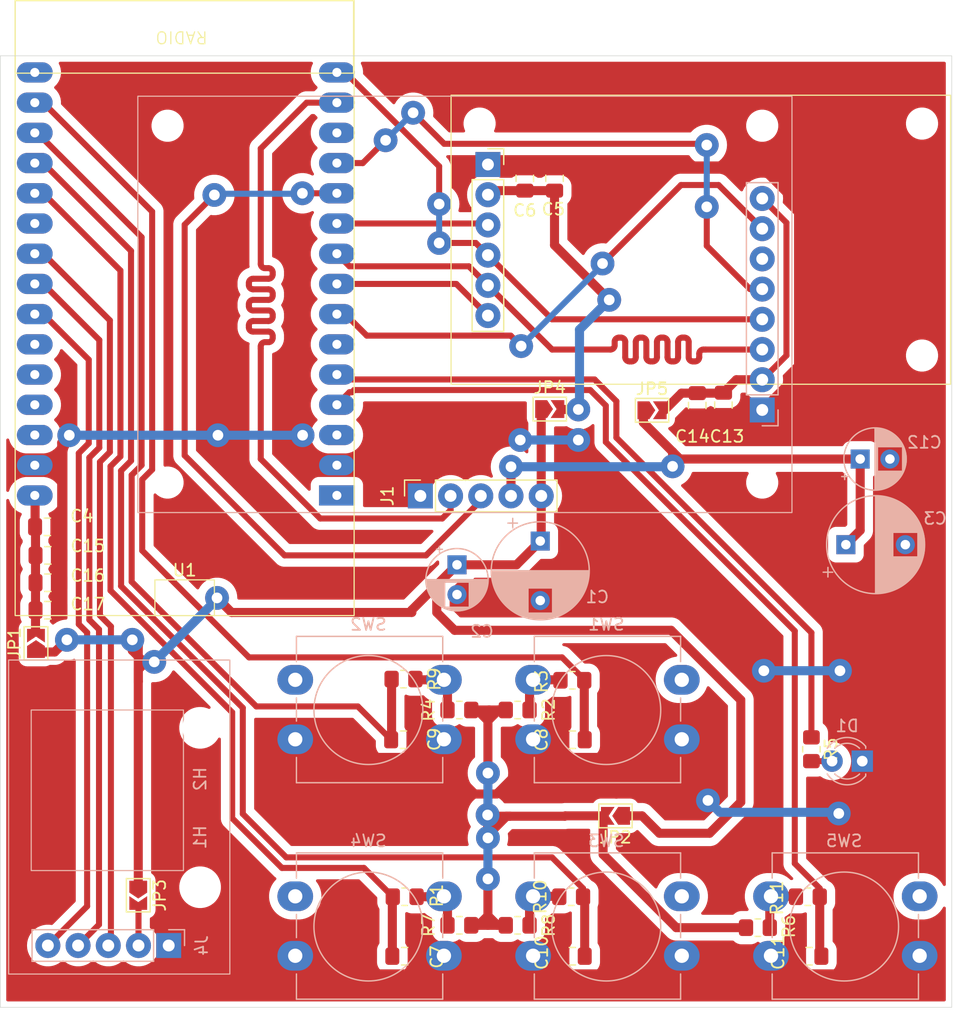
<source format=kicad_pcb>
(kicad_pcb (version 20240108) (generator "pcbnew") (generator_version "8.0")
  (layers (0 "F.Cu" signal) (31 "B.Cu" signal) (34 "B.Paste" user) (35 "F.Paste" user) (36 "B.SilkS" user "B.Silkscreen") (37 "F.SilkS" user "F.Silkscreen") (38 "B.Mask" user) (39 "F.Mask" user) (44 "Edge.Cuts" user))
  (net 0 "")
  (net 1 "+5V")
  (net 2 "GND")
  (net 3 "/LOAD_SDA")
  (net 4 "/LOAD_SCL")
  (net 5 "Net-(JP1-B)")
  (net 6 "Net-(D1-A)")
  (net 7 "Net-(JP2-B)")
  (net 8 "Net-(R1-Pad1)")
  (net 9 "Net-(R2-Pad2)")
  (net 10 "Net-(R4-Pad2)")
  (net 11 "Net-(R11-Pad1)")
  (net 12 "Net-(R10-Pad1)")
  (net 13 "Net-(J3-Pin_2)")
  (net 14 "Net-(J4-Pin_2)")
  (net 16 "+3V3")
  (net 17 "Net-(J2-Pin_2)")
  (net 18 "/DISPLAY/MOSI")
  (net 19 "/DISPLAY/CS")
  (net 20 "/DISPLAY/SCK")
  (net 30 "/ESP32/BTN_CC")
  (net 31 "/ESP32/BTN_EN")
  (net 32 "/ESP32/BTN_CV")
  (net 33 "/ESP32/ENC_BNT")
  (net 34 "/ESP32/BTN_CR")
  (net 35 "/ESP32/ENC_DATA")
  (net 36 "/ESP32/CS_SD")
  (net 37 "/ESP32/MISO")
  (net 38 "/ESP32/BTN_CP")
  (net 39 "/ESP32/LED_EN")
  (net 40 "/ESP32/ENC_CLK")
  (net 41 "/DISPLAY/RST")
  (footprint "Resistor_SMD:R_0805_2012Metric_Pad1.20x1.40mm_HandSolder" (layer "F.Cu") (at 122.1 111.3)
    (property "Reference" "R3")
    (property "Value" "1k")
  )
  (footprint "Capacitor_SMD:C_0805_2012Metric_Pad1.18x1.45mm_HandSolder" (layer "F.Cu") (at 142 134.5 180)
    (property "Reference" "C11")
    (property "Value" "10u")
  )
  (footprint "Capacitor_SMD:C_0805_2012Metric_Pad1.18x1.45mm_HandSolder" (layer "F.Cu") (at 78 103.1)
    (property "Reference" "C16")
    (property "Value" "1u")
  )
  (footprint "Connector_PinSocket_2.54mm:PinSocket_1x05_P2.54mm_Vertical" (layer "F.Cu") (at 109.32 95.8 90)
    (property "Reference" "J1")
    (property "Value" "LOAD_CON")
  )
  (footprint "Resistor_SMD:R_0805_2012Metric_Pad1.20x1.40mm_HandSolder" (layer "F.Cu") (at 117.5 113.8)
    (property "Reference" "R2")
    (property "Value" "10k")
  )
  (footprint "Capacitor_SMD:C_0805_2012Metric_Pad1.18x1.45mm_HandSolder" (layer "F.Cu") (at 118.1 69.1 90)
    (property "Reference" "C6")
    (property "Value" "1u")
  )
  (footprint "Capacitor_SMD:C_0805_2012Metric_Pad1.18x1.45mm_HandSolder" (layer "F.Cu") (at 134.8 88.1625 -90)
    (property "Reference" "C13")
    (property "Value" "1u")
  )
  (footprint "Capacitor_SMD:C_0805_2012Metric_Pad1.18x1.45mm_HandSolder" (layer "F.Cu") (at 107.9 116.3)
    (property "Reference" "C9")
    (property "Value" "10u")
  )
  (footprint "MountingHole:MountingHole_2.2mm_M2" (layer "F.Cu") (at 114.3 64.5)
    (property "Reference" "H6" (hide yes))
    (property "Value" "SD_CARD_MOUNT" (hide yes))
  )
  (footprint "Jumper:SolderJumper-2_P1.3mm_Open_TrianglePad1.0x1.5mm" (layer "F.Cu") (at 120.2 88.5)
    (property "Reference" "JP4")
    (property "Value" "EN_SD_CARD_5V")
  )
  (footprint "Resistor_SMD:R_0805_2012Metric_Pad1.20x1.40mm_HandSolder" (layer "F.Cu") (at 117.5 131.9)
    (property "Reference" "R8")
    (property "Value" "10k")
  )
  (footprint "Capacitor_SMD:C_0805_2012Metric_Pad1.18x1.45mm_HandSolder" (layer "F.Cu") (at 132.6 88.2 -90)
    (property "Reference" "C14")
    (property "Value" "1u")
  )
  (footprint "Capacitor_SMD:C_0805_2012Metric_Pad1.18x1.45mm_HandSolder" (layer "F.Cu") (at 108 134.5)
    (property "Reference" "C7")
    (property "Value" "10u")
  )
  (footprint "Capacitor_SMD:C_0805_2012Metric_Pad1.18x1.45mm_HandSolder" (layer "F.Cu") (at 78 100.8)
    (property "Reference" "C15")
    (property "Value" "1u")
  )
  (footprint "Capacitor_SMD:C_0805_2012Metric_Pad1.18x1.45mm_HandSolder" (layer "F.Cu") (at 77.9625 98.4)
    (property "Reference" "C4")
    (property "Value" "1u")
  )
  (footprint "Resistor_SMD:R_0805_2012Metric_Pad1.20x1.40mm_HandSolder" (layer "F.Cu") (at 137.7 132.1)
    (property "Reference" "R6")
    (property "Value" "10k")
  )
  (footprint "MountingHole:MountingHole_2.2mm_M2" (layer "F.Cu") (at 114.3 84)
    (property "Reference" "H4" (hide yes))
    (property "Value" "SD_CARD_MOUNT" (hide yes))
  )
  (footprint "Resistor_SMD:R_0805_2012Metric_Pad1.20x1.40mm_HandSolder" (layer "F.Cu") (at 142.2 117.1 -90)
    (property "Reference" "R5")
    (property "Value" "10k")
  )
  (footprint "Jumper:SolderJumper-2_P1.3mm_Open_TrianglePad1.0x1.5mm" (layer "F.Cu") (at 125.725 122.7 180)
    (property "Reference" "JP2")
    (property "Value" "EN_BTNS_5V")
  )
  (footprint "esp32-v1:ESP32--DEVKIT-V1" (layer "F.Cu") (at 89.5 105.86 180)
    (property "Reference" "U1")
    (property "Value" "ESP32-DEVKIT-V1" (hide yes))
  )
  (footprint "Capacitor_SMD:C_0805_2012Metric_Pad1.18x1.45mm_HandSolder" (layer "F.Cu") (at 122.1 116.3 180)
    (property "Reference" "C8")
    (property "Value" "10u")
  )
  (footprint "Capacitor_SMD:C_0805_2012Metric_Pad1.18x1.45mm_HandSolder" (layer "F.Cu") (at 120.6 69.1 90)
    (property "Reference" "C5")
    (property "Value" "1u")
  )
  (footprint "MountingHole:MountingHole_2.2mm_M2" (layer "F.Cu") (at 151.5 64.5)
    (property "Reference" "H5" (hide yes))
    (property "Value" "SD_CARD_MOUNT" (hide yes))
  )
  (footprint "Resistor_SMD:R_0805_2012Metric_Pad1.20x1.40mm_HandSolder" (layer "F.Cu") (at 112.6 131.9 180)
    (property "Reference" "R7")
    (property "Value" "10k")
  )
  (footprint "Resistor_SMD:R_0805_2012Metric_Pad1.20x1.40mm_HandSolder" (layer "F.Cu") (at 107.9 111.2 180)
    (property "Reference" "R9")
    (property "Value" "1k")
  )
  (footprint "Jumper:SolderJumper-2_P1.3mm_Open_TrianglePad1.0x1.5mm" (layer "F.Cu") (at 85.6 129.375 -90)
    (property "Reference" "JP3")
    (property "Value" "EN_ENC_5V")
  )
  (footprint "Resistor_SMD:R_0805_2012Metric_Pad1.20x1.40mm_HandSolder" (layer "F.Cu") (at 122 129.5)
    (property "Reference" "R10")
    (property "Value" "1k")
  )
  (footprint "Capacitor_SMD:C_0805_2012Metric_Pad1.18x1.45mm_HandSolder" (layer "F.Cu") (at 122.1 134.5 180)
    (property "Reference" "C10")
    (property "Value" "10u")
  )
  (footprint "Resistor_SMD:R_0805_2012Metric_Pad1.20x1.40mm_HandSolder" (layer "F.Cu") (at 141.9 129.5)
    (property "Reference" "R11")
    (property "Value" "1k")
  )
  (footprint "Capacitor_SMD:C_0805_2012Metric_Pad1.18x1.45mm_HandSolder" (layer "F.Cu") (at 78 105.41)
    (property "Reference" "C17")
    (property "Value" "1u")
  )
  (footprint "Resistor_SMD:R_0805_2012Metric_Pad1.20x1.40mm_HandSolder" (layer "F.Cu") (at 108 129.5 180)
    (property "Reference" "R1")
    (property "Value" "1k")
  )
  (footprint "Connector_PinSocket_2.54mm:PinSocket_1x06_P2.54mm_Vertical" (layer "F.Cu") (at 115 67.94)
    (property "Reference" "J3" (hide yes))
    (property "Value" "SD_CARD")
  )
  (footprint "Resistor_SMD:R_0805_2012Metric_Pad1.20x1.40mm_HandSolder" (layer "F.Cu") (at 112.6 113.8 180)
    (property "Reference" "R4")
    (property "Value" "10k")
  )
  (footprint "MountingHole:MountingHole_2.2mm_M2" (layer "F.Cu") (at 151.5 84)
    (property "Reference" "H3" (hide yes))
    (property "Value" "SD_CARD_MOUNT" (hide yes))
  )
  (footprint "Jumper:SolderJumper-2_P1.3mm_Open_TrianglePad1.0x1.5mm" (layer "F.Cu") (at 77 108.2 90)
    (property "Reference" "JP1")
    (property "Value" "ENABLE_5V_ESP")
  )
  (footprint "Jumper:SolderJumper-2_P1.3mm_Open_TrianglePad1.0x1.5mm" (layer "F.Cu") (at 128.8 88.6)
    (property "Reference" "JP5")
    (property "Value" "EN_DISPLAY_3V3")
  )
  (footprint "Button_Switch_THT:SW_PUSH-12mm_Wuerth-430476085716" (layer "B.Cu") (at 111.3 129.4625 180)
    (property "Reference" "SW4")
    (property "Value" "CP")
  )
  (footprint "LED_THT:LED_D3.0mm" (layer "B.Cu") (at 146.475 118.1 180)
    (property "Reference" "D1")
    (property "Value" "LED_EN")
  )
  (footprint "MountingHole:MountingHole_2.2mm_M2" (layer "B.Cu") (at 138.06369 94.68 180)
    (property "Reference" "H10" (hide yes))
    (property "Value" "DISPLAY_MOUNT" (hide yes))
  )
  (footprint "Button_Switch_THT:SW_PUSH-12mm_Wuerth-430476085716" (layer "B.Cu") (at 111.3 111.2625 180)
    (property "Reference" "SW2")
    (property "Value" "CV")
  )
  (footprint "Connector_PinSocket_2.54mm:PinSocket_1x05_P2.54mm_Vertical" (layer "B.Cu") (at 88.16 133.6 90)
    (property "Reference" "J4")
    (property "Value" "ENCODER")
  )
  (footprint "MountingHole:MountingHole_3mm" (layer "B.Cu") (at 90.8 115.3)
    (property "Reference" "H2")
    (property "Value" "ENCODER_MOUNT")
  )
  (footprint "Button_Switch_THT:SW_PUSH-12mm_Wuerth-430476085716" (layer "B.Cu") (at 131.3 129.4625 180)
    (property "Reference" "SW3")
    (property "Value" "CR")
  )
  (footprint "MountingHole:MountingHole_3mm" (layer "B.Cu") (at 90.8 128.7)
    (property "Reference" "H1")
    (property "Value" "ENCODER_MOUNT")
  )
  (footprint "Connector_PinSocket_2.54mm:PinSocket_1x08_P2.54mm_Vertical" (layer "B.Cu") (at 138.06369 88.575)
    (property "Reference" "J2" (hide yes))
    (property "Value" "Conn_01x08")
  )
  (footprint "Capacitor_THT:CP_Radial_D8.0mm_P5.00mm" (layer "B.Cu") (at 119.4 99.597349 -90)
    (property "Reference" "C1")
    (property "Value" "470u")
  )
  (footprint "Button_Switch_THT:SW_PUSH-12mm_Wuerth-430476085716" (layer "B.Cu") (at 151.3 129.4625 180)
    (property "Reference" "SW5")
    (property "Value" "EN")
  )
  (footprint "MountingHole:MountingHole_2.2mm_M2" (layer "B.Cu") (at 88.06369 94.68 180)
    (property "Reference" "H8" (hide yes))
    (property "Value" "DISPLAY_MOUNT" (hide yes))
  )
  (footprint "Capacitor_THT:CP_Radial_D5.0mm_P2.50mm" (layer "B.Cu") (at 112.4 101.594888 -90)
    (property "Reference" "C2")
    (property "Value" "10u")
  )
  (footprint "Capacitor_THT:CP_Radial_D8.0mm_P5.00mm" (layer "B.Cu") (at 145.097349 99.9)
    (property "Reference" "C3")
    (property "Value" "470u")
  )
  (footprint "MountingHole:MountingHole_2.2mm_M2" (layer "B.Cu") (at 88.06369 64.68 180)
    (property "Reference" "H7" (hide yes))
    (property "Value" "DISPLAY_MOUNT" (hide yes))
  )
  (footprint "MountingHole:MountingHole_2.2mm_M2" (layer "B.Cu") (at 138.06369 64.68 180)
    (property "Reference" "H9" (hide yes))
    (property "Value" "DISPLAY_MOUNT" (hide yes))
  )
  (footprint "Button_Switch_THT:SW_PUSH-12mm_Wuerth-430476085716" (layer "B.Cu") (at 131.3 111.2625 180)
    (property "Reference" "SW1")
    (property "Value" "CC")
  )
  (footprint "Capacitor_THT:CP_Radial_D5.0mm_P2.50mm" (layer "B.Cu") (at 146.3 92.7)
    (property "Reference" "C12")
    (property "Value" "10u")
  )
  (gr_rect (start 76.6 113.8) (end 89.4 127.3) (stroke (width 0.1)) (fill none) (layer "B.SilkS"))
  (gr_rect (start 74.7 109.6) (end 93.3 136) (stroke (width 0.1)) (fill none) (layer "B.SilkS"))
  (gr_rect (start 85.56369 62.2) (end 140.56369 97.2) (stroke (width 0.1)) (fill none) (layer "B.SilkS"))
  (gr_rect (start 111.9 62.115) (end 153.9 86.415) (stroke (width 0.1)) (fill none) (layer "F.SilkS"))
  (gr_rect (start 74 58.8) (end 154 138.8) (stroke (width 0.05)) (fill none) (layer "Edge.Cuts"))
  (segment (start 86.24388 109.75612) (end 85.6 110.4) (width 0.762) (layer "F.Cu") (net 1))
  (segment (start 93.44624 105.6) (end 92.22312 104.37688) (width 0.762) (layer "F.Cu") (net 1))
  (segment (start 136.262 112.962) (end 136.262 121.538) (width 0.762) (layer "F.Cu") (net 1))
  (segment (start 108.6 105.6) (end 93.44624 105.6) (width 0.762) (layer "F.Cu") (net 1))
  (segment (start 133.638 124.162) (end 129.419898 124.162) (width 0.762) (layer "F.Cu") (net 1))
  (segment (start 119.48 95.8) (end 119.48 88.505) (width 0.762) (layer "F.Cu") (net 1))
  (segment (start 110.7 103.294888) (end 110.7 105.6) (width 0.762) (layer "F.Cu") (net 1))
  (segment (start 129.419898 124.162) (end 127.957898 122.7) (width 0.762) (layer "F.Cu") (net 1))
  (segment (start 85.6 110.4) (end 85.6 111.4) (width 0.762) (layer "F.Cu") (net 1))
  (segment (start 112.4 101.594888) (end 117.402461 101.594888) (width 0.762) (layer "F.Cu") (net 1))
  (segment (start 86.94388 109.75612) (end 86.24388 109.75612) (width 0.762) (layer "F.Cu") (net 1))
  (segment (start 85.6 108.4) (end 85.1 107.9) (width 0.762) (layer "F.Cu") (net 1))
  (segment (start 110.7 105.6) (end 112.2 107.1) (width 0.762) (layer "F.Cu") (net 1))
  (segment (start 136.262 121.538) (end 133.638 124.162) (width 0.762) (layer "F.Cu") (net 1))
  (segment (start 112.4 101.594888) (end 110.7 103.294888) (width 0.762) (layer "F.Cu") (net 1))
  (segment (start 112.4 101.594888) (end 108.6 105.394888) (width 0.762) (layer "F.Cu") (net 1))
  (segment (start 108.6 105.394888) (end 108.6 105.6) (width 0.762) (layer "F.Cu") (net 1))
  (segment (start 85.1 108.8) (end 85.1 107.9) (width 0.762) (layer "F.Cu") (net 1))
  (segment (start 79.6 107.9) (end 78.575 108.925) (width 0.762) (layer "F.Cu") (net 1))
  (segment (start 78.575 108.925) (end 77 108.925) (width 0.762) (layer "F.Cu") (net 1))
  (segment (start 112.2 107.1) (end 130.4 107.1) (width 0.762) (layer "F.Cu") (net 1))
  (segment (start 117.402461 101.594888) (end 119.4 99.597349) (width 0.762) (layer "F.Cu") (net 1))
  (segment (start 85.6 111.4) (end 85.6 108.4) (width 0.762) (layer "F.Cu") (net 1))
  (segment (start 127.957898 122.7) (end 126.45 122.7) (width 0.762) (layer "F.Cu") (net 1))
  (segment (start 86.94388 109.75612) (end 86.05612 109.75612) (width 0.762) (layer "F.Cu") (net 1))
  (segment (start 86.05612 109.75612) (end 85.1 108.8) (width 0.762) (layer "F.Cu") (net 1))
  (segment (start 130.4 107.1) (end 136.262 112.962) (width 0.762) (layer "F.Cu") (net 1))
  (segment (start 85.6 128.65) (end 85.6 111.4) (width 0.762) (layer "F.Cu") (net 1))
  (segment (start 119.48 88.505) (end 119.475 88.5) (width 0.762) (layer "F.Cu") (net 1))
  (segment (start 119.48 95.8) (end 119.48 99.517349) (width 0.762) (layer "F.Cu") (net 1))
  (segment (start 119.48 99.517349) (end 119.4 99.597349) (width 0.762) (layer "F.Cu") (net 1))
  (via (at 79.6 107.9) (size 2) (drill 0.9) (layers "F.Cu" "B.Cu") (net 1))
  (via (at 86.94388 109.75612) (size 2) (drill 0.9) (layers "F.Cu" "B.Cu") (net 1))
  (via (at 85.1 107.9) (size 2) (drill 0.9) (layers "F.Cu" "B.Cu") (net 1))
  (via (at 92.22312 104.37688) (size 2) (drill 0.9) (layers "F.Cu" "B.Cu") (net 1))
  (segment (start 92.22312 104.37688) (end 92.22312 104.47688) (width 0.762) (layer "B.Cu") (net 1))
  (segment (start 92.22312 104.47688) (end 86.94388 109.75612) (width 0.762) (layer "B.Cu") (net 1))
  (segment (start 79.6 107.9) (end 85.1 107.9) (width 0.762) (layer "B.Cu") (net 1))
  (segment (start 109.0375 134.5) (end 111.2625 134.5) (width 0.762) (layer "F.Cu") (net 2))
  (segment (start 79 100.7625) (end 79.0375 100.8) (width 0.762) (layer "F.Cu") (net 2))
  (segment (start 150.097349 93.997349) (end 148.8 92.7) (width 0.762) (layer "F.Cu") (net 2))
  (segment (start 120.6 68.0625) (end 137.893745 68.0625) (width 0.762) (layer "F.Cu") (net 2))
  (segment (start 118.8 134.4625) (end 121.025 134.4625) (width 0.762) (layer "F.Cu") (net 2))
  (segment (start 144.6 110.5) (end 150.097349 105.002651) (width 0.762) (layer "F.Cu") (net 2))
  (segment (start 100.3245 135.987) (end 109.7755 135.987) (width 0.762) (layer "F.Cu") (net 2))
  (segment (start 144.5 122.5) (end 145.675 122.5) (width 0.762) (layer "F.Cu") (net 2))
  (segment (start 115.738 120.862) (end 118.8 117.8) (width 0.762) (layer "F.Cu") (net 2))
  (segment (start 79 98.4) (end 79.162 98.238) (width 0.762) (layer "F.Cu") (net 2))
  (segment (start 113.3 91.1) (end 117.718 91.1) (width 0.762) (layer "F.Cu") (net 2))
  (segment (start 109.7755 135.987) (end 111.3 134.4625) (width 0.762) (layer "F.Cu") (net 2))
  (segment (start 102.3 93.22) (end 101.338 93.22) (width 0.762) (layer "F.Cu") (net 2))
  (segment (start 137.43869 89.2) (end 138.06369 88.575) (width 0.762) (layer "F.Cu") (net 2))
  (segment (start 101.338 93.22) (end 99.4 91.282) (width 0.762) (layer "F.Cu") (net 2))
  (segment (start 118.8 116.2625) (end 120.3245 117.787) (width 0.762) (layer "F.Cu") (net 2))
  (segment (start 99.4 91.282) (end 99.4 90.719849) (width 0.762) (layer "F.Cu") (net 2))
  (segment (start 76.98 93.3) (end 76.9 93.22) (width 0.762) (layer "F.Cu") (net 2))
  (segment (start 79.0375 100.8) (end 79.0375 103.1) (width 0.762) (layer "F.Cu") (net 2))
  (segment (start 141.116 85.545245) (end 138.086245 88.575) (width 0.762) (layer "F.Cu") (net 2))
  (segment (start 98.8 134.4625) (end 98.1625 134.4625) (width 0.762) (layer "F.Cu") (net 2))
  (segment (start 134.8 89.2) (end 137.43869 89.2) (width 0.762) (layer "F.Cu") (net 2))
  (segment (start 150.097349 99.9) (end 150.097349 93.997349) (width 0.762) (layer "F.Cu") (net 2))
  (segment (start 100.3245 117.787) (end 109.7755 117.787) (width 0.762) (layer "F.Cu") (net 2))
  (segment (start 129.7755 135.987) (end 131.3 134.4625) (width 0.762) (layer "F.Cu") (net 2))
  (segment (start 118.1 68.0625) (end 120.6 68.0625) (width 0.762) (layer "F.Cu") (net 2))
  (segment (start 145.299 88.575) (end 148.8 92.076) (width 0.762) (layer "F.Cu") (net 2))
  (segment (start 109.32 95.8) (end 109.32 95.08) (width 0.762) (layer "F.Cu") (net 2))
  (segment (start 146.475 123.3) (end 146.475 121.7) (width 0.762) (layer "F.Cu") (net 2))
  (segment (start 146.475 121.7) (end 146.475 118.1) (width 0.762) (layer "F.Cu") (net 2))
  (segment (start 129.7755 117.787) (end 131.3 116.2625) (width 0.762) (layer "F.Cu") (net 2))
  (segment (start 145.675 122.5) (end 146.475 121.7) (width 0.762) (layer "F.Cu") (net 2))
  (segment (start 138.06369 88.575) (end 145.299 88.575) (width 0.762) (layer "F.Cu") (net 2))
  (segment (start 150.097349 99.9) (end 150.097349 114.477651) (width 0.762) (layer "F.Cu") (net 2))
  (segment (start 98.8 134.4625) (end 100.3245 135.987) (width 0.762) (layer "F.Cu") (net 2))
  (segment (start 150.097349 105.002651) (end 150.097349 99.9) (width 0.762) (layer "F.Cu") (net 2))
  (segment (start 79.162 92.6) (end 79.162 93.762) (width 0.762) (layer "F.Cu") (net 2))
  (segment (start 145.675 122.5) (end 146.475 123.3) (width 0.762) (layer "F.Cu") (net 2))
  (segment (start 111.2625 134.5) (end 111.3 134.4625) (width 0.762) (layer "F.Cu") (net 2))
  (segment (start 109.32 95.8) (end 106.74 93.22) (width 0.762) (layer "F.Cu") (net 2))
  (segment (start 118.897539 104.094888) (end 119.4 104.597349) (width 0.762) (layer "F.Cu") (net 2))
  (segment (start 98.1625 134.4625) (end 97.3 133.6) (width 0.762) (layer "F.Cu") (net 2))
  (segment (start 121.025 134.4625) (end 121.0625 134.5) (width 0.762) (layer "F.Cu") (net 2))
  (segment (start 111.3 118.2745) (end 113.8875 120.862) (width 0.762) (layer "F.Cu") (net 2))
  (segment (start 138.8 134.4625) (end 140.3245 135.987) (width 0.762) (layer "F.Cu") (net 2))
  (segment (start 132.6 89.2375) (end 134.7625 89.2375) (width 0.762) (layer "F.Cu") (net 2))
  (segment (start 122.6 101.397349) (end 119.4 104.597349) (width 0.762) (layer "F.Cu") (net 2))
  (segment (start 112.4 104.094888) (end 118.897539 104.094888) (width 0.762) (layer "F.Cu") (net 2))
  (segment (start 111.3 116.2625) (end 111.3 118.2745) (width 0.762) (layer "F.Cu") (net 2))
  (segment (start 79.8 90.7) (end 79.162 91.338) (width 0.762) (layer "F.Cu") (net 2))
  (segment (start 79.162 98.238) (end 79.162 93.762) (width 0.762) (layer "F.Cu") (net 2))
  (segment (start 111.3 134.4625) (end 118.8 134.4625) (width 0.762) (layer "F.Cu") (net 2))
  (segment (start 109.32 95.08) (end 113.3 91.1) (width 0.762) (layer "F.Cu") (net 2))
  (segment (start 99.4 90.719849) (end 99.419096 90.700753) (width 0.762) (layer "F.Cu") (net 2))
  (segment (start 113.8875 120.862) (end 115.738 120.862) (width 0.762) (layer "F.Cu") (net 2))
  (segment (start 151.3 134.4625) (end 146.475 129.6375) (width 0.762) (layer "F.Cu") (net 2))
  (segment (start 149.7755 135.987) (end 151.3 134.4625) (width 0.762) (layer "F.Cu") (net 2))
  (segment (start 120.3245 135.987) (end 129.7755 135.987) (width 0.762) (layer "F.Cu") (net 2))
  (segment (start 98.8 116.2625) (end 100.3245 117.787) (width 0.762) (layer "F.Cu") (net 2))
  (segment (start 140.3245 135.987) (end 149.7755 135.987) (width 0.762) (layer "F.Cu") (net 2))
  (segment (start 121.025 116.2625) (end 121.0625 116.3) (width 0.762) (layer "F.Cu") (net 2))
  (segment (start 122.6 101.397349) (end 129.097349 101.397349) (width 0.762) (layer "F.Cu") (net 2))
  (segment (start 118.8 117.8) (end 118.8 116.2625) (width 0.762) (layer "F.Cu") (net 2))
  (segment (start 138.086245 88.575) (end 138.06369 88.575) (width 0.762) (layer "F.Cu") (net 2))
  (segment (start 141.116 71.284755) (end 141.116 85.545245) (width 0.762) (layer "F.Cu") (net 2))
  (segment (start 133.5 121.4) (end 131.3 119.2) (width 0.762) (layer "F.Cu") (net 2))
  (segment (start 129.097349 101.397349) (end 138.2 110.5) (width 0.762) (layer "F.Cu") (net 2))
  (segment (start 148.8 92.076) (end 148.8 92.7) (width 0.762) (layer "F.Cu") (net 2))
  (segment (start 106.74 93.22) (end 102.3 93.22) (width 0.762) (layer "F.Cu") (net 2))
  (segment (start 109.7755 117.787) (end 111.3 116.2625) (width 0.762) (layer "F.Cu") (net 2))
  (segment (start 97.3 133.6) (end 88.16 133.6) (width 0.762) (layer "F.Cu") (net 2))
  (segment (start 79.162 91.338) (end 79.162 92.6) (width 0.762) (layer "F.Cu") (net 2))
  (segment (start 108.975 116.2625) (end 108.9375 116.3) (width 0.762) (layer "F.Cu") (net 2))
  (segment (start 78.542 93.22) (end 79.162 92.6) (width 0.762) (layer "F.Cu") (net 2))
  (segment (start 134.7625 89.2375) (end 134.8 89.2) (width 0.762) (layer "F.Cu") (net 2))
  (segment (start 120.3245 117.787) (end 129.7755 117.787) (width 0.762) (layer "F.Cu") (net 2))
  (segment (start 79.0375 103.1) (end 79.0375 105.41) (width 0.762) (layer "F.Cu") (net 2))
  (segment (start 137.893745 68.0625) (end 141.116 71.284755) (width 0.762) (layer "F.Cu") (net 2))
  (segment (start 150.097349 114.477651) (end 146.475 118.1) (width 0.762) (layer "F.Cu") (net 2))
  (segment (start 118.8 134.4625) (end 120.3245 135.987) (width 0.762) (layer "F.Cu") (net 2))
  (segment (start 111.3 116.2625) (end 108.975 116.2625) (width 0.762) (layer "F.Cu") (net 2))
  (segment (start 122.6 91.1) (end 122.6 101.397349) (width 0.762) (layer "F.Cu") (net 2))
  (segment (start 115 67.94) (end 117.9775 67.94) (width 0.762) (layer "F.Cu") (net 2))
  (segment (start 78.62 93.22) (end 76.9 93.22) (width 0.762) (layer "F.Cu") (net 2))
  (segment (start 131.3 119.2) (end 131.3 116.2625) (width 0.762) (layer "F.Cu") (net 2))
  (segment (start 131.3 134.4625) (end 138.8 134.4625) (width 0.762) (layer "F.Cu") (net 2))
  (segment (start 79.162 93.762) (end 78.62 93.22) (width 0.762) (layer "F.Cu") (net 2))
  (segment (start 118.8 116.2625) (end 121.025 116.2625) (width 0.762) (layer "F.Cu") (net 2))
  (segment (start 76.9 93.22) (end 78.542 93.22) (width 0.762) (layer "F.Cu") (net 2))
  (segment (start 117.9775 67.94) (end 118.1 68.0625) (width 0.762) (layer "F.Cu") (net 2))
  (segment (start 146.475 129.6375) (end 146.475 123.3) (width 0.762) (layer "F.Cu") (net 2))
  (segment (start 79 98.4) (end 79 100.7625) (width 0.762) (layer "F.Cu") (net 2))
  (via (at 122.6 91.1) (size 2) (drill 0.9) (layers "F.Cu" "B.Cu") (net 2))
  (via (at 79.8 90.7) (size 2) (drill 0.9) (layers "F.Cu" "B.Cu") (net 2))
  (via (at 92.3 90.7) (size 2) (drill 0.9) (layers "F.Cu" "B.Cu") (net 2))
  (via (at 99.419096 90.700753) (size 2) (drill 0.9) (layers "F.Cu" "B.Cu") (net 2))
  (via (at 144.5 122.5) (size 2) (drill 0.9) (layers "F.Cu" "B.Cu") (net 2))
  (via (at 133.5 121.4) (size 2) (drill 0.9) (layers "F.Cu" "B.Cu") (net 2))
  (via (at 144.6 110.5) (size 2) (drill 0.9) (layers "F.Cu" "B.Cu") (net 2))
  (via (at 117.718 91.1) (size 2) (drill 0.9) (layers "F.Cu" "B.Cu") (net 2))
  (via (at 138.2 110.5) (size 2) (drill 0.9) (layers "F.Cu" "B.Cu") (net 2))
  (segment (start 117.718 91.1) (end 122.6 91.1) (width 0.762) (layer "B.Cu") (net 2))
  (segment (start 92.300753 90.700753) (end 92.3 90.7) (width 0.762) (layer "B.Cu") (net 2))
  (segment (start 138.2 110.5) (end 144.6 110.5) (width 0.762) (layer "B.Cu") (net 2))
  (segment (start 92.3 90.7) (end 79.8 90.7) (width 0.762) (layer "B.Cu") (net 2))
  (segment (start 133.5 121.4) (end 134.5 122.4) (width 0.762) (layer "B.Cu") (net 2))
  (segment (start 134.5 122.4) (end 144.4 122.4) (width 0.762) (layer "B.Cu") (net 2))
  (segment (start 99.419096 90.700753) (end 92.300753 90.700753) (width 0.762) (layer "B.Cu") (net 2))
  (segment (start 144.4 122.4) (end 144.5 122.5) (width 0.762) (layer "B.Cu") (net 2))
  (segment (start 94.9 81.455488) (end 94.9 81.633288) (width 0.508) (layer "F.Cu") (net 3))
  (segment (start 95.2556 77.543888) (end 96.5444 77.543888) (width 0.508) (layer "F.Cu") (net 3))
  (segment (start 100.9 97.7) (end 111.162081 97.7) (width 0.508) (layer "F.Cu") (net 3))
  (segment (start 95.9 83.411288) (end 95.9 92.7) (width 0.508) (layer "F.Cu") (net 3))
  (segment (start 95.9 66.6) (end 95.9 76.299288) (width 0.508) (layer "F.Cu") (net 3))
  (segment (start 94.9 79.677488) (end 94.9 79.855288) (width 0.508) (layer "F.Cu") (net 3))
  (segment (start 102.3 62.74) (end 99.76 62.74) (width 0.508) (layer "F.Cu") (net 3))
  (segment (start 95.9 83.233488) (end 95.9 83.411288) (width 0.508) (layer "F.Cu") (net 3))
  (segment (start 96.9 82.344488) (end 96.9 82.522288) (width 0.508) (layer "F.Cu") (net 3))
  (segment (start 95.2556 79.321888) (end 96.5444 79.321888) (width 0.508) (layer "F.Cu") (net 3))
  (segment (start 111.162081 97.7) (end 111.86 97.002081) (width 0.508) (layer "F.Cu") (net 3))
  (segment (start 95.2556 81.099888) (end 96.5444 81.099888) (width 0.508) (layer "F.Cu") (net 3))
  (segment (start 96.2556 76.654888) (end 96.5444 76.654888) (width 0.508) (layer "F.Cu") (net 3))
  (segment (start 111.86 97.002081) (end 111.86 95.8) (width 0.508) (layer "F.Cu") (net 3))
  (segment (start 94.9 77.899488) (end 94.9 78.077288) (width 0.508) (layer "F.Cu") (net 3))
  (segment (start 96.9 77.010488) (end 96.9 77.188288) (width 0.508) (layer "F.Cu") (net 3))
  (segment (start 95.9 92.7) (end 100.9 97.7) (width 0.508) (layer "F.Cu") (net 3))
  (segment (start 95.2556 78.432888) (end 96.5444 78.432888) (width 0.508) (layer "F.Cu") (net 3))
  (segment (start 96.9 78.788488) (end 96.9 78.966288) (width 0.508) (layer "F.Cu") (net 3))
  (segment (start 95.2556 81.988888) (end 96.5444 81.988888) (width 0.508) (layer "F.Cu") (net 3))
  (segment (start 99.76 62.74) (end 95.9 66.6) (width 0.508) (layer "F.Cu") (net 3))
  (segment (start 96.9 80.566488) (end 96.9 80.744288) (width 0.508) (layer "F.Cu") (net 3))
  (segment (start 96.5444 82.877888) (end 96.2556 82.877888) (width 0.508) (layer "F.Cu") (net 3))
  (segment (start 95.2556 80.210888) (end 96.5444 80.210888) (width 0.508) (layer "F.Cu") (net 3))
  (arc (start 96.5444 81.988888) (mid 96.795847 82.093041) (end 96.9 82.344488) (width 0.508) (layer "F.Cu") (net 3))
  (arc (start 95.9 76.299288) (mid 96.004153 76.550735) (end 96.2556 76.654888) (width 0.508) (layer "F.Cu") (net 3))
  (arc (start 96.9 78.966288) (mid 96.795847 79.217735) (end 96.5444 79.321888) (width 0.508) (layer "F.Cu") (net 3))
  (arc (start 96.9 77.188288) (mid 96.795847 77.439735) (end 96.5444 77.543888) (width 0.508) (layer "F.Cu") (net 3))
  (arc (start 96.9 80.744288) (mid 96.795847 80.995735) (end 96.5444 81.099888) (width 0.508) (layer "F.Cu") (net 3))
  (arc (start 95.2556 81.099888) (mid 95.004153 81.204041) (end 94.9 81.455488) (width 0.508) (layer "F.Cu") (net 3))
  (arc (start 94.9 79.855288) (mid 95.004153 80.106735) (end 95.2556 80.210888) (width 0.508) (layer "F.Cu") (net 3))
  (arc (start 94.9 81.633288) (mid 95.004153 81.884735) (end 95.2556 81.988888) (width 0.508) (layer "F.Cu") (net 3))
  (arc (start 96.2556 82.877888) (mid 96.004153 82.982041) (end 95.9 83.233488) (width 0.508) (layer "F.Cu") (net 3))
  (arc (start 95.2556 77.543888) (mid 95.004153 77.648041) (end 94.9 77.899488) (width 0.508) (layer "F.Cu") (net 3))
  (arc (start 96.5444 80.210888) (mid 96.795847 80.315041) (end 96.9 80.566488) (width 0.508) (layer "F.Cu") (net 3))
  (arc (start 96.5444 76.654888) (mid 96.795847 76.759041) (end 96.9 77.010488) (width 0.508) (layer "F.Cu") (net 3))
  (arc (start 95.2556 79.321888) (mid 95.004153 79.426041) (end 94.9 79.677488) (width 0.508) (layer "F.Cu") (net 3))
  (arc (start 96.9 82.522288) (mid 96.795847 82.773735) (end 96.5444 82.877888) (width 0.508) (layer "F.Cu") (net 3))
  (arc (start 94.9 78.077288) (mid 95.004153 78.328735) (end 95.2556 78.432888) (width 0.508) (layer "F.Cu") (net 3))
  (arc (start 96.5444 78.432888) (mid 96.795847 78.537041) (end 96.9 78.788488) (width 0.508) (layer "F.Cu") (net 3))
  (segment (start 97.9 100.8) (end 89.5 92.4) (width 0.508) (layer "F.Cu") (net 4))
  (segment (start 109.8 100.8) (end 97.9 100.8) (width 0.508) (layer "F.Cu") (net 4))
  (segment (start 114.4 96.2) (end 109.8 100.8) (width 0.508) (layer "F.Cu") (net 4))
  (segment (start 89.5 73) (end 92 70.5) (width 0.508) (layer "F.Cu") (net 4))
  (segment (start 99.4 70.36) (end 102.3 70.36) (width 0.508) (layer "F.Cu") (net 4))
  (segment (start 114.4 95.8) (end 114.4 96.2) (width 0.508) (layer "F.Cu") (net 4))
  (segment (start 89.5 92.4) (end 89.5 73) (width 0.508) (layer "F.Cu") (net 4))
  (via (at 92 70.5) (size 2) (drill 0.9) (layers "F.Cu" "B.Cu") (net 4))
  (via (at 99.4 70.36) (size 2) (drill 0.9) (layers "F.Cu" "B.Cu") (net 4))
  (segment (start 99.36 70.4) (end 92.1 70.4) (width 0.508) (layer "B.Cu") (net 4))
  (segment (start 99.4 70.36) (end 99.36 70.4) (width 0.508) (layer "B.Cu") (net 4))
  (segment (start 92.1 70.4) (end 92 70.5) (width 0.508) (layer "B.Cu") (net 4))
  (segment (start 76.925 95.785) (end 76.9 95.76) (width 0.762) (layer "F.Cu") (net 5))
  (segment (start 76.9625 107.158097) (end 77 107.158097) (width 0.762) (layer "F.Cu") (net 5))
  (segment (start 76.9625 98.4375) (end 76.925 98.4) (width 0.762) (layer "F.Cu") (net 5))
  (segment (start 76.9625 105.41) (end 76.9625 107.158097) (width 0.762) (layer "F.Cu") (net 5))
  (segment (start 76.9625 100.8) (end 76.9625 98.4375) (width 0.762) (layer "F.Cu") (net 5))
  (segment (start 76.9625 105.41) (end 76.9625 103.1) (width 0.762) (layer "F.Cu") (net 5))
  (segment (start 76.9625 103.1) (end 76.9625 100.8) (width 0.762) (layer "F.Cu") (net 5))
  (segment (start 76.925 98.4) (end 76.925 95.785) (width 0.762) (layer "F.Cu") (net 5))
  (segment (start 142.2 118.1) (end 143.935 118.1) (width 0.508) (layer "F.Cu") (net 6))
  (segment (start 121.471051 122.728949) (end 116.825344 122.728949) (width 0.762) (layer "F.Cu") (net 7))
  (segment (start 116.825344 122.728949) (end 115.078511 122.728949) (width 0.762) (layer "F.Cu") (net 7))
  (segment (start 113.6 131.9) (end 115 131.9) (width 0.762) (layer "F.Cu") (net 7))
  (segment (start 113.6 113.8) (end 114.1 113.8) (width 0.762) (layer "F.Cu") (net 7))
  (segment (start 116.825344 122.728949) (end 116.571051 122.728949) (width 0.762) (layer "F.Cu") (net 7))
  (segment (start 115.8 131.9) (end 115 131.1) (width 0.762) (layer "F.Cu") (net 7))
  (segment (start 115.9 113.8) (end 115 114.7) (width 0.762) (layer "F.Cu") (net 7))
  (segment (start 116.5 113.8) (end 115.9 113.8) (width 0.762) (layer "F.Cu") (net 7))
  (segment (start 116.5 131.9) (end 115.8 131.9) (width 0.762) (layer "F.Cu") (net 7))
  (segment (start 114.1 113.8) (end 115 114.7) (width 0.762) (layer "F.Cu") (net 7))
  (segment (start 115 113.9) (end 115.1 113.8) (width 0.762) (layer "F.Cu") (net 7))
  (segment (start 121.5 122.7) (end 124.683097 122.7) (width 0.762) (layer "F.Cu") (net 7))
  (segment (start 124.683097 125.940995) (end 124.683097 122.7) (width 0.762) (layer "F.Cu") (net 7))
  (segment (start 115.078511 122.728949) (end 114.973562 122.624) (width 0.762) (layer "F.Cu") (net 7))
  (segment (start 113.6 131.9) (end 114.2 131.9) (width 0.762) (layer "F.Cu") (net 7))
  (segment (start 116.571051 122.728949) (end 115 124.3) (width 0.762) (layer "F.Cu") (net 7))
  (segment (start 113.6 113.8) (end 115.1 113.8) (width 0.762) (layer "F.Cu") (net 7))
  (segment (start 115 131.1) (end 115 128) (width 0.762) (layer "F.Cu") (net 7))
  (segment (start 115 119.1) (end 115 114.7) (width 0.762) (layer "F.Cu") (net 7))
  (segment (start 121.5 122.7) (end 121.471051 122.728949) (width 0.762) (layer "F.Cu") (net 7))
  (segment (start 115.1 113.8) (end 116.5 113.8) (width 0.762) (layer "F.Cu") (net 7))
  (segment (start 115 114.7) (end 115 113.9) (width 0.762) (layer "F.Cu") (net 7))
  (segment (start 114.2 131.9) (end 115 131.1) (width 0.762) (layer "F.Cu") (net 7))
  (segment (start 115 131.9) (end 115 131.1) (width 0.762) (layer "F.Cu") (net 7))
  (segment (start 115 124.3) (end 115 124.554293) (width 0.762) (layer "F.Cu") (net 7))
  (segment (start 115 131.9) (end 116.5 131.9) (width 0.762) (layer "F.Cu") (net 7))
  (segment (start 114.973562 122.624) (end 114.973562 124.527855) (width 0.762) (layer "F.Cu") (net 7))
  (segment (start 130.842102 132.1) (end 124.683097 125.940995) (width 0.762) (layer "F.Cu") (net 7))
  (segment (start 114.973562 124.527855) (end 115 124.554293) (width 0.762) (layer "F.Cu") (net 7))
  (segment (start 136.7 132.1) (end 130.842102 132.1) (width 0.762) (layer "F.Cu") (net 7))
  (via (at 114.973562 122.624) (size 2) (drill 0.9) (layers "F.Cu" "B.Cu") (net 7))
  (via (at 115 124.554293) (size 2) (drill 0.9) (layers "F.Cu" "B.Cu") (net 7))
  (via (at 115 119.1) (size 2) (drill 0.9) (layers "F.Cu" "B.Cu") (net 7))
  (via (at 115 128) (size 2) (drill 0.9) (layers "F.Cu" "B.Cu") (net 7))
  (segment (start 115 119.1) (end 115 122.597562) (width 0.762) (layer "B.Cu") (net 7))
  (segment (start 115 122.597562) (end 114.973562 122.624) (width 0.762) (layer "B.Cu") (net 7))
  (segment (start 115 124.554293) (end 115 128) (width 0.762) (layer "B.Cu") (net 7))
  (segment (start 111.2625 129.5) (end 111.3 129.4625) (width 0.762) (layer "F.Cu") (net 8))
  (segment (start 111.6 129.7625) (end 111.3 129.4625) (width 0.762) (layer "F.Cu") (net 8))
  (segment (start 109 129.5) (end 111.2625 129.5) (width 0.762) (layer "F.Cu") (net 8))
  (segment (start 111.6 131.9) (end 111.6 129.7625) (width 0.762) (layer "F.Cu") (net 8))
  (segment (start 118.5 111.5625) (end 118.8 111.2625) (width 0.762) (layer "F.Cu") (net 9))
  (segment (start 121.0625 111.2625) (end 121.1 111.3) (width 0.762) (layer "F.Cu") (net 9))
  (segment (start 118.5 113.8) (end 118.5 111.5625) (width 0.762) (layer "F.Cu") (net 9))
  (segment (start 118.8 111.2625) (end 121.0625 111.2625) (width 0.762) (layer "F.Cu") (net 9))
  (segment (start 111.6 111.5625) (end 111.3 111.2625) (width 0.762) (layer "F.Cu") (net 10))
  (segment (start 111.3 111.2625) (end 108.9625 111.2625) (width 0.762) (layer "F.Cu") (net 10))
  (segment (start 111.6 113.8) (end 111.6 111.5625) (width 0.762) (layer "F.Cu") (net 10))
  (segment (start 108.9625 111.2625) (end 108.9 111.2) (width 0.762) (layer "F.Cu") (net 10))
  (segment (start 138.7 129.5625) (end 138.8 129.4625) (width 0.762) (layer "F.Cu") (net 11))
  (segment (start 138.7 132.1) (end 138.7 129.5625) (width 0.762) (layer "F.Cu") (net 11))
  (segment (start 140.8625 129.4625) (end 140.9 129.5) (width 0.762) (layer "F.Cu") (net 11))
  (segment (start 138.8 129.4625) (end 140.8625 129.4625) (width 0.762) (layer "F.Cu") (net 11))
  (segment (start 120.9625 129.4625) (end 121 129.5) (width 0.762) (layer "F.Cu") (net 12))
  (segment (start 118.5 129.7625) (end 118.8 129.4625) (width 0.762) (layer "F.Cu") (net 12))
  (segment (start 118.8 129.4625) (end 120.9625 129.4625) (width 0.762) (layer "F.Cu") (net 12))
  (segment (start 118.5 131.9) (end 118.5 129.7625) (width 0.762) (layer "F.Cu") (net 12))
  (segment (start 120.6 70.1375) (end 118.1 70.1375) (width 0.762) (layer "F.Cu") (net 13))
  (segment (start 115.3425 70.1375) (end 115 70.48) (width 0.762) (layer "F.Cu") (net 13))
  (segment (start 122.6 88.535) (end 121.241903 88.535) (width 0.762) (layer "F.Cu") (net 13))
  (segment (start 125.2 79.32) (end 120.6 74.72) (width 0.762) (layer "F.Cu") (net 13))
  (segment (start 121.241903 88.535) (end 121.241903 88.5) (width 0.762) (layer "F.Cu") (net 13))
  (segment (start 120.6 74.72) (end 120.6 70.1375) (width 0.762) (layer "F.Cu") (net 13))
  (segment (start 118.1 70.1375) (end 115.3425 70.1375) (width 0.762) (layer "F.Cu") (net 13))
  (via (at 122.6 88.535) (size 2) (drill 0.9) (layers "F.Cu" "B.Cu") (net 13))
  (via (at 125.2 79.32) (size 2) (drill 0.9) (layers "F.Cu" "B.Cu") (net 13))
  (segment (start 122.7 88.435) (end 122.6 88.535) (width 0.762) (layer "B.Cu") (net 13))
  (segment (start 122.7 81.82) (end 122.7 88.435) (width 0.762) (layer "B.Cu") (net 13))
  (segment (start 125.2 79.32) (end 122.7 81.82) (width 0.762) (layer "B.Cu") (net 13))
  (segment (start 85.62 133.6) (end 85.62 130.309903) (width 0.508) (layer "F.Cu") (net 14))
  (segment (start 85.62 130.309903) (end 85.6 130.289903) (width 0.508) (layer "F.Cu") (net 14))
  (segment (start 116.940799 95.799201) (end 116.94 95.8) (width 0.762) (layer "F.Cu") (net 16))
  (segment (start 116.940799 93.350584) (end 116.940799 95.799201) (width 0.762) (layer "F.Cu") (net 16))
  (segment (start 130.526269 92.085971) (end 128.075 89.634702) (width 0.762) (layer "F.Cu") (net 16))
  (segment (start 146.3 92.7) (end 146.3 98.697349) (width 0.762) (layer "F.Cu") (net 16))
  (segment (start 130.526269 93.314029) (end 131.140298 92.7) (width 0.762) (layer "F.Cu") (net 16))
  (segment (start 131.140298 92.7) (end 146.3 92.7) (width 0.762) (layer "F.Cu") (net 16))
  (segment (start 130.526269 92.085971) (end 131.140298 92.7) (width 0.762) (layer "F.Cu") (net 16))
  (segment (start 128.075 89.634702) (end 128.075 88.6) (width 0.762) (layer "F.Cu") (net 16))
  (segment (start 146.3 98.697349) (end 145.097349 99.9) (width 0.762) (layer "F.Cu") (net 16))
  (segment (start 130.526269 93.314029) (end 130.526269 92.085971) (width 0.762) (layer "F.Cu") (net 16))
  (via (at 116.940799 93.350584) (size 2) (drill 0.9) (layers "F.Cu" "B.Cu") (net 16))
  (via (at 130.526269 93.314029) (size 2) (drill 0.9) (layers "F.Cu" "B.Cu") (net 16))
  (segment (start 130.489714 93.350584) (end 116.940799 93.350584) (width 0.762) (layer "B.Cu") (net 16))
  (segment (start 130.526269 93.314029) (end 130.489714 93.350584) (width 0.762) (layer "B.Cu") (net 16))
  (segment (start 132.6 87.1625) (end 134.7625 87.1625) (width 0.762) (layer "F.Cu") (net 17))
  (segment (start 138.06369 70.795) (end 140.1 72.83131) (width 0.508) (layer "F.Cu") (net 17))
  (segment (start 140.1 72.83131) (end 140.1 83.99869) (width 0.508) (layer "F.Cu") (net 17))
  (segment (start 140.1 83.99869) (end 138.06369 86.035) (width 0.508) (layer "F.Cu") (net 17))
  (segment (start 134.8 87.125) (end 135.89 86.035) (width 0.762) (layer "F.Cu") (net 17))
  (segment (start 134.7625 87.1625) (end 134.8 87.125) (width 0.762) (layer "F.Cu") (net 17))
  (segment (start 132.6 87.1625) (end 131.279403 87.1625) (width 0.762) (layer "F.Cu") (net 17))
  (segment (start 135.89 86.035) (end 138.06369 86.035) (width 0.762) (layer "F.Cu") (net 17))
  (segment (start 131.279403 87.1625) (end 129.841903 88.6) (width 0.762) (layer "F.Cu") (net 17))
  (segment (start 102.3 60.2) (end 103.008 60.2) (width 0.508) (layer "F.Cu") (net 18))
  (segment (start 120.395 80.955) (end 138.06369 80.955) (width 0.508) (layer "F.Cu") (net 18))
  (segment (start 113.975 74.535) (end 115 75.56) (width 0.508) (layer "F.Cu") (net 18))
  (segment (start 110.9 68.092) (end 110.9 71.265) (width 0.508) (layer "F.Cu") (net 18))
  (segment (start 110.9 74.535) (end 113.975 74.535) (width 0.508) (layer "F.Cu") (net 18))
  (segment (start 115 75.56) (end 120.395 80.955) (width 0.508) (layer "F.Cu") (net 18))
  (segment (start 103.008 60.2) (end 110.9 68.092) (width 0.508) (layer "F.Cu") (net 18))
  (via (at 110.9 71.265) (size 2) (drill 0.9) (layers "F.Cu" "B.Cu") (net 18))
  (via (at 110.9 74.535) (size 2) (drill 0.9) (layers "F.Cu" "B.Cu") (net 18))
  (segment (start 110.9 71.265) (end 110.9 74.535) (width 0.508) (layer "B.Cu") (net 18))
  (segment (start 134.39369 69.665) (end 138.06369 73.335) (width 0.508) (layer "F.Cu") (net 19))
  (segment (start 116.91276 82.325) (end 117.79388 83.20612) (width 0.508) (layer "F.Cu") (net 19))
  (segment (start 102.3 80.52) (end 103.008 80.52) (width 0.508) (layer "F.Cu") (net 19))
  (segment (start 104.813 82.325) (end 116.91276 82.325) (width 0.508) (layer "F.Cu") (net 19))
  (segment (start 131.235 69.665) (end 134.39369 69.665) (width 0.508) (layer "F.Cu") (net 19))
  (segment (start 103.008 80.52) (end 104.813 82.325) (width 0.508) (layer "F.Cu") (net 19))
  (segment (start 124.635923 76.264077) (end 131.235 69.665) (width 0.508) (layer "F.Cu") (net 19))
  (via (at 117.79388 83.20612) (size 2) (drill 0.9) (layers "F.Cu" "B.Cu") (net 19))
  (via (at 124.635923 76.264077) (size 2) (drill 0.9) (layers "F.Cu" "B.Cu") (net 19))
  (segment (start 117.79388 83.20612) (end 124.635923 76.364077) (width 0.508) (layer "B.Cu") (net 19))
  (segment (start 124.635923 76.364077) (end 124.635923 76.264077) (width 0.508) (layer "B.Cu") (net 19))
  (segment (start 126.5446 82.8506) (end 126.5446 84.1394) (width 0.508) (layer "F.Cu") (net 20))
  (segment (start 126.9002 84.495) (end 127.078 84.495) (width 0.508) (layer "F.Cu") (net 20))
  (segment (start 127.4336 84.1394) (end 127.4336 82.8506) (width 0.508) (layer "F.Cu") (net 20))
  (segment (start 125.6556 83.1394) (end 125.6556 82.8506) (width 0.508) (layer "F.Cu") (net 20))
  (segment (start 132.2342 84.495) (end 132.412 84.495) (width 0.508) (layer "F.Cu") (net 20))
  (segment (start 129.5672 82.495) (end 129.745 82.495) (width 0.508) (layer "F.Cu") (net 20))
  (segment (start 132.7676 84.1394) (end 132.7676 83.8506) (width 0.508) (layer "F.Cu") (net 20))
  (segment (start 131.8786 82.8506) (end 131.8786 84.1394) (width 0.508) (layer "F.Cu") (net 20))
  (segment (start 130.1006 82.8506) (end 130.1006 84.1394) (width 0.508) (layer "F.Cu") (net 20))
  (segment (start 131.3452 82.495) (end 131.523 82.495) (width 0.508) (layer "F.Cu") (net 20))
  (segment (start 129.2116 84.1394) (end 129.2116 82.8506) (width 0.508) (layer "F.Cu") (net 20))
  (segment (start 113.4 76.5) (end 115 78.1) (width 0.508) (layer "F.Cu") (net 20))
  (segment (start 128.6782 84.495) (end 128.856 84.495) (width 0.508) (layer "F.Cu") (net 20))
  (segment (start 120.395 83.495) (end 125.3 83.495) (width 0.508) (layer "F.Cu") (net 20))
  (segment (start 130.9896 84.1394) (end 130.9896 82.8506) (width 0.508) (layer "F.Cu") (net 20))
  (segment (start 128.3226 82.8506) (end 128.3226 84.1394) (width 0.508) (layer "F.Cu") (net 20))
  (segment (start 126.0112 82.495) (end 126.189 82.495) (width 0.508) (layer "F.Cu") (net 20))
  (segment (start 103.36 76.5) (end 113.4 76.5) (width 0.508) (layer "F.Cu") (net 20))
  (segment (start 130.4562 84.495) (end 130.634 84.495) (width 0.508) (layer "F.Cu") (net 20))
  (segment (start 133.301 83.495) (end 138.06369 83.495) (width 0.508) (layer "F.Cu") (net 20))
  (segment (start 127.7892 82.495) (end 127.967 82.495) (width 0.508) (layer "F.Cu") (net 20))
  (segment (start 133.1232 83.495) (end 133.301 83.495) (width 0.508) (layer "F.Cu") (net 20))
  (segment (start 115 78.1) (end 120.395 83.495) (width 0.508) (layer "F.Cu") (net 20))
  (segment (start 102.3 75.44) (end 103.36 76.5) (width 0.508) (layer "F.Cu") (net 20))
  (arc (start 131.523 82.495) (mid 131.774447 82.599153) (end 131.8786 82.8506) (width 0.508) (layer "F.Cu") (net 20))
  (arc (start 130.9896 82.8506) (mid 131.093753 82.599153) (end 131.3452 82.495) (width 0.508) (layer "F.Cu") (net 20))
  (arc (start 129.2116 82.8506) (mid 129.315753 82.599153) (end 129.5672 82.495) (width 0.508) (layer "F.Cu") (net 20))
  (arc (start 127.078 84.495) (mid 127.329447 84.390847) (end 127.4336 84.1394) (width 0.508) (layer "F.Cu") (net 20))
  (arc (start 130.634 84.495) (mid 130.885447 84.390847) (end 130.9896 84.1394) (width 0.508) (layer "F.Cu") (net 20))
  (arc (start 127.4336 82.8506) (mid 127.537753 82.599153) (end 127.7892 82.495) (width 0.508) (layer "F.Cu") (net 20))
  (arc (start 125.6556 82.8506) (mid 125.759753 82.599153) (end 126.0112 82.495) (width 0.508) (layer "F.Cu") (net 20))
  (arc (start 128.3226 84.1394) (mid 128.426753 84.390847) (end 128.6782 84.495) (width 0.508) (layer "F.Cu") (net 20))
  (arc (start 125.3 83.495) (mid 125.551447 83.390847) (end 125.6556 83.1394) (width 0.508) (layer "F.Cu") (net 20))
  (arc (start 126.5446 84.1394) (mid 126.648753 84.390847) (end 126.9002 84.495) (width 0.508) (layer "F.Cu") (net 20))
  (arc (start 127.967 82.495) (mid 128.218447 82.599153) (end 128.3226 82.8506) (width 0.508) (layer "F.Cu") (net 20))
  (arc (start 132.412 84.495) (mid 132.663447 84.390847) (end 132.7676 84.1394) (width 0.508) (layer "F.Cu") (net 20))
  (arc (start 129.745 82.495) (mid 129.996447 82.599153) (end 130.1006 82.8506) (width 0.508) (layer "F.Cu") (net 20))
  (arc (start 128.856 84.495) (mid 129.107447 84.390847) (end 129.2116 84.1394) (width 0.508) (layer "F.Cu") (net 20))
  (arc (start 126.189 82.495) (mid 126.440447 82.599153) (end 126.5446 82.8506) (width 0.508) (layer "F.Cu") (net 20))
  (arc (start 132.7676 83.8506) (mid 132.871753 83.599153) (end 133.1232 83.495) (width 0.508) (layer "F.Cu") (net 20))
  (arc (start 131.8786 84.1394) (mid 131.982753 84.390847) (end 132.2342 84.495) (width 0.508) (layer "F.Cu") (net 20))
  (arc (start 130.1006 84.1394) (mid 130.204753 84.390847) (end 130.4562 84.495) (width 0.508) (layer "F.Cu") (net 20))
  (segment (start 85.934 94.421656) (end 85.934 100.4) (width 0.508) (layer "F.Cu") (net 30))
  (segment (start 94.9115 109.3775) (end 121.236006 109.3775) (width 0.508) (layer "F.Cu") (net 30))
  (segment (start 123.1 111.3) (end 123.1 116.2625) (width 0.762) (layer "F.Cu") (net 30))
  (segment (start 77.608 62.74) (end 86.769 71.901) (width 0.508) (layer "F.Cu") (net 30))
  (segment (start 76.9 62.74) (end 77.608 62.74) (width 0.508) (layer "F.Cu") (net 30))
  (segment (start 86.769 93.586656) (end 85.934 94.421656) (width 0.508) (layer "F.Cu") (net 30))
  (segment (start 121.236006 109.3775) (end 123.1 111.241494) (width 0.508) (layer "F.Cu") (net 30))
  (segment (start 123.1 116.2625) (end 123.1375 116.3) (width 0.762) (layer "F.Cu") (net 30))
  (segment (start 85.934 100.4) (end 94.9115 109.3775) (width 0.508) (layer "F.Cu") (net 30))
  (segment (start 123.1 111.241494) (end 123.1 111.3) (width 0.508) (layer "F.Cu") (net 30))
  (segment (start 86.769 71.901) (end 86.769 93.586656) (width 0.508) (layer "F.Cu") (net 30))
  (segment (start 102.3 88.14) (end 103.355 87.085) (width 0.508) (layer "F.Cu") (net 31))
  (segment (start 140.8 107.157236) (end 140.8 126.7) (width 0.508) (layer "F.Cu") (net 31))
  (segment (start 140.8 126.7) (end 142.9 128.8) (width 0.508) (layer "F.Cu") (net 31))
  (segment (start 103.355 87.085) (end 103.565107 87.085) (width 0.508) (layer "F.Cu") (net 31))
  (segment (start 103.565107 87.085) (end 103.750107 86.9) (width 0.508) (layer "F.Cu") (net 31))
  (segment (start 124.911 91.268236) (end 140.8 107.157236) (width 0.508) (layer "F.Cu") (net 31))
  (segment (start 142.9 134.3625) (end 143.0375 134.5) (width 0.762) (layer "F.Cu") (net 31))
  (segment (start 123.6 86.9) (end 124.911 88.211) (width 0.508) (layer "F.Cu") (net 31))
  (segment (start 142.9 129.5) (end 142.9 134.3625) (width 0.762) (layer "F.Cu") (net 31))
  (segment (start 124.911 88.211) (end 124.911 91.268236) (width 0.508) (layer "F.Cu") (net 31))
  (segment (start 142.9 128.8) (end 142.9 129.5) (width 0.508) (layer "F.Cu") (net 31))
  (segment (start 103.750107 86.9) (end 123.6 86.9) (width 0.508) (layer "F.Cu") (net 31))
  (segment (start 85.045 103.018288) (end 95.526712 113.5) (width 0.508) (layer "F.Cu") (net 32))
  (segment (start 95.526712 113.5) (end 104.0625 113.5) (width 0.508) (layer "F.Cu") (net 32))
  (segment (start 106.9 111.2) (end 106.9 116.2625) (width 0.762) (layer "F.Cu") (net 32))
  (segment (start 85.88 74.049893) (end 85.88 93.21842) (width 0.508) (layer "F.Cu") (net 32))
  (segment (start 104.0625 113.5) (end 106.8625 116.3) (width 0.508) (layer "F.Cu") (net 32))
  (segment (start 85.88 93.21842) (end 85.045 94.05342) (width 0.508) (layer "F.Cu") (net 32))
  (segment (start 106.9 116.2625) (end 106.8625 116.3) (width 0.762) (layer "F.Cu") (net 32))
  (segment (start 77.110107 65.28) (end 85.88 74.049893) (width 0.508) (layer "F.Cu") (net 32))
  (segment (start 76.9 65.28) (end 77.110107 65.28) (width 0.508) (layer "F.Cu") (net 32))
  (segment (start 85.045 94.05342) (end 85.045 103.018288) (width 0.508) (layer "F.Cu") (net 32))
  (segment (start 77.862 75.44) (end 76.9 75.44) (width 0.762) (layer "F.Cu") (net 33))
  (segment (start 83.213 92.113712) (end 82.378 92.948712) (width 0.508) (layer "F.Cu") (net 33))
  (segment (start 83.3 106.773288) (end 83.3 133.38) (width 0.508) (layer "F.Cu") (net 33))
  (segment (start 77.608 75.44) (end 83.213 81.045) (width 0.508) (layer "F.Cu") (net 33))
  (segment (start 83.213 81.045) (end 83.213 92.113712) (width 0.508) (layer "F.Cu") (net 33))
  (segment (start 76.9 75.44) (end 77.608 75.44) (width 0.508) (layer "F.Cu") (net 33))
  (segment (start 82.378 92.948712) (end 82.378 105.851288) (width 0.508) (layer "F.Cu") (net 33))
  (segment (start 82.378 105.851288) (end 83.3 106.773288) (width 0.508) (layer "F.Cu") (net 33))
  (segment (start 83.3 133.38) (end 83.08 133.6) (width 0.508) (layer "F.Cu") (net 33))
  (segment (start 94.389 113.619524) (end 94.389 122.531764) (width 0.508) (layer "F.Cu") (net 34))
  (segment (start 84.156 103.386524) (end 94.389 113.619524) (width 0.508) (layer "F.Cu") (net 34))
  (segment (start 76.9 67.82) (end 77.608 67.82) (width 0.508) (layer "F.Cu") (net 34))
  (segment (start 84.156 93.685184) (end 84.156 103.386524) (width 0.508) (layer "F.Cu") (net 34))
  (segment (start 84.991 75.203) (end 84.991 92.850184) (width 0.508) (layer "F.Cu") (net 34))
  (segment (start 123.1375 134.5) (end 123.1375 129.6375) (width 0.762) (layer "F.Cu") (net 34))
  (segment (start 84.991 92.850184) (end 84.156 93.685184) (width 0.508) (layer "F.Cu") (net 34))
  (segment (start 94.389 122.531764) (end 98.046529 126.189293) (width 0.508) (layer "F.Cu") (net 34))
  (segment (start 77.608 67.82) (end 84.991 75.203) (width 0.508) (layer "F.Cu") (net 34))
  (segment (start 120.389293 126.189293) (end 123 128.8) (width 0.508) (layer "F.Cu") (net 34))
  (segment (start 123 128.8) (end 123 129.5) (width 0.508) (layer "F.Cu") (net 34))
  (segment (start 98.046529 126.189293) (end 120.389293 126.189293) (width 0.508) (layer "F.Cu") (net 34))
  (segment (start 123.1375 129.6375) (end 123 129.5) (width 0.762) (layer "F.Cu") (net 34))
  (segment (start 82.324 82.696) (end 77.608 77.98) (width 0.508) (layer "F.Cu") (net 35))
  (segment (start 82.324 91.745476) (end 82.324 82.696) (width 0.508) (layer "F.Cu") (net 35))
  (segment (start 77.608 77.98) (end 76.9 77.98) (width 0.508) (layer "F.Cu") (net 35))
  (segment (start 77.862 77.98) (end 76.9 77.98) (width 0.762) (layer "F.Cu") (net 35))
  (segment (start 81.489 106.219524) (end 81.489 92.580476) (width 0.508) (layer "F.Cu") (net 35))
  (segment (start 80.54 133.6) (end 82.3 131.84) (width 0.508) (layer "F.Cu") (net 35))
  (segment (start 82.3 131.84) (end 82.3 107.030524) (width 0.508) (layer "F.Cu") (net 35))
  (segment (start 81.489 92.580476) (end 82.324 91.745476) (width 0.508) (layer "F.Cu") (net 35))
  (segment (start 82.3 107.030524) (end 81.489 106.219524) (width 0.508) (layer "F.Cu") (net 35))
  (segment (start 77.110107 77.98) (end 76.9 77.98) (width 0.508) (layer "F.Cu") (net 35))
  (segment (start 102.3 77.98) (end 112.34 77.98) (width 0.508) (layer "F.Cu") (net 36))
  (segment (start 112.34 77.98) (end 115 80.64) (width 0.508) (layer "F.Cu") (net 36))
  (segment (start 102.3 72.9) (end 114.88 72.9) (width 0.508) (layer "F.Cu") (net 37))
  (segment (start 114.88 72.9) (end 115 73.02) (width 0.508) (layer "F.Cu") (net 37))
  (segment (start 77.608 70.36) (end 76.9 70.36) (width 0.508) (layer "F.Cu") (net 38))
  (segment (start 83.267 103.75476) (end 83.267 93.316948) (width 0.508) (layer "F.Cu") (net 38))
  (segment (start 83.267 93.316948) (end 84.102 92.481948) (width 0.508) (layer "F.Cu") (net 38))
  (segment (start 106.9625 134.5) (end 106.9625 129.5375) (width 0.762) (layer "F.Cu") (net 38))
  (segment (start 107 129.5) (end 104.578293 127.078293) (width 0.508) (layer "F.Cu") (net 38))
  (segment (start 106.9625 129.5375) (end 107 129.5) (width 0.762) (layer "F.Cu") (net 38))
  (segment (start 104.578293 127.078293) (end 97.678293 127.078293) (width 0.508) (layer "F.Cu") (net 38))
  (segment (start 97.678293 127.078293) (end 93.5 122.9) (width 0.508) (layer "F.Cu") (net 38))
  (segment (start 86.735 107.235) (end 86.735 107.22276) (width 0.508) (layer "F.Cu") (net 38))
  (segment (start 93.5 114) (end 86.735 107.235) (width 0.508) (layer "F.Cu") (net 38))
  (segment (start 84.102 92.481948) (end 84.102 76.854) (width 0.508) (layer "F.Cu") (net 38))
  (segment (start 86.735 107.22276) (end 83.267 103.75476) (width 0.508) (layer "F.Cu") (net 38))
  (segment (start 93.5 122.9) (end 93.5 114) (width 0.508) (layer "F.Cu") (net 38))
  (segment (start 84.102 76.854) (end 77.608 70.36) (width 0.508) (layer "F.Cu") (net 38))
  (segment (start 102.711 86.011) (end 102.3 85.6) (width 0.508) (layer "F.Cu") (net 39))
  (segment (start 125.8 87.842764) (end 123.968236 86.011) (width 0.508) (layer "F.Cu") (net 39))
  (segment (start 123.968236 86.011) (end 102.711 86.011) (width 0.508) (layer "F.Cu") (net 39))
  (segment (start 142.2 107.3) (end 125.8 90.9) (width 0.508) (layer "F.Cu") (net 39))
  (segment (start 125.8 90.9) (end 125.8 87.842764) (width 0.508) (layer "F.Cu") (net 39))
  (segment (start 142.2 116.1) (end 142.2 107.3) (width 0.508) (layer "F.Cu") (net 39))
  (segment (start 77.608 80.52) (end 81.435 84.347) (width 0.508) (layer "F.Cu") (net 40))
  (segment (start 80.6 106.58776) (end 81.3 107.28776) (width 0.508) (layer "F.Cu") (net 40))
  (segment (start 80.6 92.21224) (end 80.6 106.58776) (width 0.508) (layer "F.Cu") (net 40))
  (segment (start 81.3 107.28776) (end 81.3 130.3) (width 0.508) (layer "F.Cu") (net 40))
  (segment (start 81.435 84.347) (end 81.435 91.37724) (width 0.508) (layer "F.Cu") (net 40))
  (segment (start 81.3 130.3) (end 78 133.6) (width 0.508) (layer "F.Cu") (net 40))
  (segment (start 77.52 80.52) (end 76.9 80.52) (width 0.762) (layer "F.Cu") (net 40))
  (segment (start 76.9 80.52) (end 77.608 80.52) (width 0.508) (layer "F.Cu") (net 40))
  (segment (start 81.435 91.37724) (end 80.6 92.21224) (width 0.508) (layer "F.Cu") (net 40))
  (segment (start 133.4 71.5) (end 133.4 74.775655) (width 0.508) (layer "F.Cu") (net 41))
  (segment (start 111.32024 66.2) (end 108.71012 63.58988) (width 0.508) (layer "F.Cu") (net 41))
  (segment (start 133.2995 66.2) (end 111.32024 66.2) (width 0.508) (layer "F.Cu") (net 41))
  (segment (start 133.4 74.775655) (end 137.039345 78.415) (width 0.508) (layer "F.Cu") (net 41))
  (segment (start 137.039345 78.415) (end 138.06369 78.415) (width 0.508) (layer "F.Cu") (net 41))
  (segment (start 102.3 67.82) (end 104.48 67.82) (width 0.508) (layer "F.Cu") (net 41))
  (segment (start 133.4 66.3005) (end 133.2995 66.2) (width 0.508) (layer "F.Cu") (net 41))
  (segment (start 104.48 67.82) (end 106.39788 65.90212) (width 0.508) (layer "F.Cu") (net 41))
  (via (at 106.39788 65.90212) (size 2) (drill 0.9) (layers "F.Cu" "B.Cu") (net 41))
  (via (at 133.4 66.3005) (size 2) (drill 0.9) (layers "F.Cu" "B.Cu") (net 41))
  (via (at 133.4 71.5) (size 2) (drill 0.9) (layers "F.Cu" "B.Cu") (net 41))
  (via (at 108.71012 63.58988) (size 2) (drill 0.9) (layers "F.Cu" "B.Cu") (net 41))
  (segment (start 106.39788 65.90212) (end 108.71012 63.58988) (width 0.508) (layer "B.Cu") (net 41))
  (segment (start 133.4 66.3005) (end 133.4 71.5) (width 0.508) (layer "B.Cu") (net 41))
  (zone (net 2) (net_name "GND") (layer "F.Cu") (connect_pads yes (clearance 0.7)) (min_thickness 0.25) (fill yes (thermal_gap 0.5) (thermal_bridge_width 0.5))
    (polygon (pts (xy 74 58.8) (xy 154 58.8) (xy 154 138.8) (xy 74 138.8)))
  )
)
</source>
